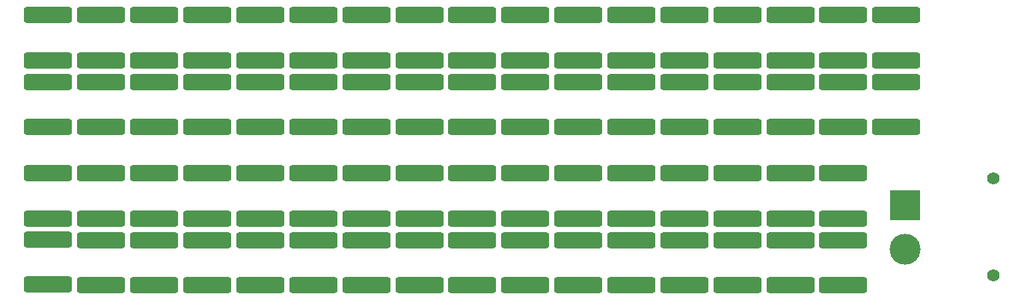
<source format=gbr>
%TF.GenerationSoftware,KiCad,Pcbnew,9.0.3*%
%TF.CreationDate,2025-08-25T21:51:57-05:00*%
%TF.ProjectId,Power-MocoBulkCapacitorPCB,506f7765-722d-44d6-9f63-6f42756c6b43,rev?*%
%TF.SameCoordinates,Original*%
%TF.FileFunction,Soldermask,Top*%
%TF.FilePolarity,Negative*%
%FSLAX46Y46*%
G04 Gerber Fmt 4.6, Leading zero omitted, Abs format (unit mm)*
G04 Created by KiCad (PCBNEW 9.0.3) date 2025-08-25 21:51:57*
%MOMM*%
%LPD*%
G01*
G04 APERTURE LIST*
G04 Aperture macros list*
%AMRoundRect*
0 Rectangle with rounded corners*
0 $1 Rounding radius*
0 $2 $3 $4 $5 $6 $7 $8 $9 X,Y pos of 4 corners*
0 Add a 4 corners polygon primitive as box body*
4,1,4,$2,$3,$4,$5,$6,$7,$8,$9,$2,$3,0*
0 Add four circle primitives for the rounded corners*
1,1,$1+$1,$2,$3*
1,1,$1+$1,$4,$5*
1,1,$1+$1,$6,$7*
1,1,$1+$1,$8,$9*
0 Add four rect primitives between the rounded corners*
20,1,$1+$1,$2,$3,$4,$5,0*
20,1,$1+$1,$4,$5,$6,$7,0*
20,1,$1+$1,$6,$7,$8,$9,0*
20,1,$1+$1,$8,$9,$2,$3,0*%
G04 Aperture macros list end*
%ADD10RoundRect,0.250000X-2.450000X0.650000X-2.450000X-0.650000X2.450000X-0.650000X2.450000X0.650000X0*%
%ADD11RoundRect,0.250000X2.450000X-0.650000X2.450000X0.650000X-2.450000X0.650000X-2.450000X-0.650000X0*%
%ADD12C,1.400000*%
%ADD13R,3.500000X3.500000*%
%ADD14C,3.500000*%
G04 APERTURE END LIST*
D10*
%TO.C,C2*%
X104500000Y-54500000D03*
X104500000Y-59600000D03*
%TD*%
%TO.C,C16*%
X146500000Y-54500000D03*
X146500000Y-59600000D03*
%TD*%
%TO.C,C4*%
X110500000Y-54500000D03*
X110500000Y-59600000D03*
%TD*%
D11*
%TO.C,C66*%
X104500000Y-70000000D03*
X104500000Y-64900000D03*
%TD*%
%TO.C,C37*%
X188500000Y-77550000D03*
X188500000Y-72450000D03*
%TD*%
D10*
%TO.C,C23*%
X170500000Y-46950000D03*
X170500000Y-52050000D03*
%TD*%
D11*
%TO.C,C35*%
X194500000Y-77550000D03*
X194500000Y-72450000D03*
%TD*%
%TO.C,C42*%
X176500000Y-70000000D03*
X176500000Y-64900000D03*
%TD*%
%TO.C,C51*%
X146500000Y-77550000D03*
X146500000Y-72450000D03*
%TD*%
%TO.C,C47*%
X158500000Y-77550000D03*
X158500000Y-72450000D03*
%TD*%
D10*
%TO.C,C24*%
X170500000Y-54500000D03*
X170500000Y-59600000D03*
%TD*%
%TO.C,C9*%
X128500000Y-46950000D03*
X128500000Y-52050000D03*
%TD*%
%TO.C,C7*%
X122500000Y-46950000D03*
X122500000Y-52050000D03*
%TD*%
%TO.C,C27*%
X182500000Y-46950000D03*
X182500000Y-52050000D03*
%TD*%
D11*
%TO.C,C39*%
X182500000Y-77550000D03*
X182500000Y-72450000D03*
%TD*%
D10*
%TO.C,C8*%
X122500000Y-54500000D03*
X122500000Y-59600000D03*
%TD*%
%TO.C,C28*%
X182500000Y-54500000D03*
X182500000Y-59600000D03*
%TD*%
D11*
%TO.C,C49*%
X152500000Y-77550000D03*
X152500000Y-72450000D03*
%TD*%
%TO.C,C40*%
X182500000Y-70000000D03*
X182500000Y-64900000D03*
%TD*%
%TO.C,C46*%
X164500000Y-70000000D03*
X164500000Y-64900000D03*
%TD*%
D10*
%TO.C,C32*%
X194500000Y-54500000D03*
X194500000Y-59600000D03*
%TD*%
%TO.C,C18*%
X152500000Y-54500000D03*
X152500000Y-59600000D03*
%TD*%
D11*
%TO.C,C62*%
X116500000Y-70000000D03*
X116500000Y-64900000D03*
%TD*%
%TO.C,C63*%
X110500000Y-77550000D03*
X110500000Y-72450000D03*
%TD*%
D10*
%TO.C,C31*%
X194500000Y-46950000D03*
X194500000Y-52050000D03*
%TD*%
D11*
%TO.C,C36*%
X194500000Y-70000000D03*
X194500000Y-64900000D03*
%TD*%
D10*
%TO.C,C6*%
X116500000Y-54500000D03*
X116500000Y-59600000D03*
%TD*%
%TO.C,C30*%
X188500000Y-54500000D03*
X188500000Y-59600000D03*
%TD*%
%TO.C,C13*%
X140500000Y-46950000D03*
X140500000Y-52050000D03*
%TD*%
%TO.C,C1*%
X104500000Y-46950000D03*
X104500000Y-52050000D03*
%TD*%
%TO.C,C15*%
X146500000Y-46950000D03*
X146500000Y-52050000D03*
%TD*%
D11*
%TO.C,C44*%
X170500000Y-70000000D03*
X170500000Y-64900000D03*
%TD*%
D10*
%TO.C,C25*%
X176500000Y-46950000D03*
X176500000Y-52050000D03*
%TD*%
D11*
%TO.C,C59*%
X122500000Y-77550000D03*
X122500000Y-72450000D03*
%TD*%
%TO.C,C56*%
X134500000Y-70000000D03*
X134500000Y-64900000D03*
%TD*%
%TO.C,C57*%
X128500000Y-77550000D03*
X128500000Y-72450000D03*
%TD*%
D10*
%TO.C,C20*%
X158500000Y-54500000D03*
X158500000Y-59600000D03*
%TD*%
D11*
%TO.C,C45*%
X164500000Y-77550000D03*
X164500000Y-72450000D03*
%TD*%
D10*
%TO.C,C11*%
X134500000Y-46950000D03*
X134500000Y-52050000D03*
%TD*%
%TO.C,C34*%
X200500000Y-54500000D03*
X200500000Y-59600000D03*
%TD*%
D11*
%TO.C,C50*%
X152500000Y-70000000D03*
X152500000Y-64900000D03*
%TD*%
%TO.C,C61*%
X116500000Y-77550000D03*
X116500000Y-72450000D03*
%TD*%
%TO.C,C48*%
X158500000Y-70000000D03*
X158500000Y-64900000D03*
%TD*%
D10*
%TO.C,C5*%
X116500000Y-46950000D03*
X116500000Y-52050000D03*
%TD*%
D11*
%TO.C,C53*%
X140500000Y-77550000D03*
X140500000Y-72450000D03*
%TD*%
D10*
%TO.C,C10*%
X128500000Y-54500000D03*
X128500000Y-59600000D03*
%TD*%
D11*
%TO.C,C58*%
X128500000Y-70000000D03*
X128500000Y-64900000D03*
%TD*%
D10*
%TO.C,C26*%
X176500000Y-54500000D03*
X176500000Y-59600000D03*
%TD*%
%TO.C,C19*%
X158500000Y-46950000D03*
X158500000Y-52050000D03*
%TD*%
%TO.C,C21*%
X164500000Y-46950000D03*
X164500000Y-52050000D03*
%TD*%
%TO.C,C29*%
X188500000Y-46950000D03*
X188500000Y-52050000D03*
%TD*%
D11*
%TO.C,C54*%
X140500000Y-70000000D03*
X140500000Y-64900000D03*
%TD*%
%TO.C,C43*%
X170500000Y-77550000D03*
X170500000Y-72450000D03*
%TD*%
%TO.C,C55*%
X134500000Y-77550000D03*
X134500000Y-72450000D03*
%TD*%
%TO.C,C52*%
X146500000Y-70000000D03*
X146500000Y-64900000D03*
%TD*%
D10*
%TO.C,C12*%
X134500000Y-54500000D03*
X134500000Y-59600000D03*
%TD*%
%TO.C,C3*%
X110500000Y-46950000D03*
X110500000Y-52050000D03*
%TD*%
D11*
%TO.C,C38*%
X188500000Y-70000000D03*
X188500000Y-64900000D03*
%TD*%
%TO.C,C41*%
X176500000Y-77550000D03*
X176500000Y-72450000D03*
%TD*%
D10*
%TO.C,C22*%
X164500000Y-54500000D03*
X164500000Y-59600000D03*
%TD*%
%TO.C,C14*%
X140500000Y-54500000D03*
X140500000Y-59600000D03*
%TD*%
D11*
%TO.C,C65*%
X104500000Y-77500000D03*
X104500000Y-72400000D03*
%TD*%
%TO.C,C60*%
X122500000Y-70000000D03*
X122500000Y-64900000D03*
%TD*%
D10*
%TO.C,C17*%
X152500000Y-46950000D03*
X152500000Y-52050000D03*
%TD*%
%TO.C,C33*%
X200500000Y-46950000D03*
X200500000Y-52050000D03*
%TD*%
D11*
%TO.C,C64*%
X110500000Y-70000000D03*
X110500000Y-64900000D03*
%TD*%
D12*
%TO.C,J1*%
X211500000Y-76500000D03*
X211500000Y-65500000D03*
D13*
X201500000Y-68500000D03*
D14*
X201500000Y-73500000D03*
%TD*%
M02*

</source>
